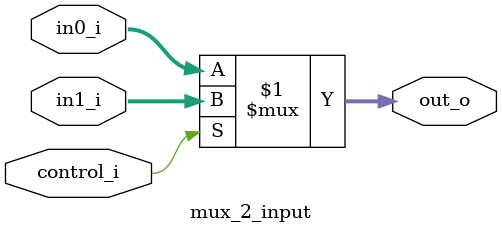
<source format=sv>
`timescale 1ns / 1ps

module mux_2_input(input  logic        control_i,
                   input  logic [31:0] in0_i, in1_i,

                   output logic [31:0] out_o);

    assign out_o = control_i ? in1_i : in0_i;

endmodule

</source>
